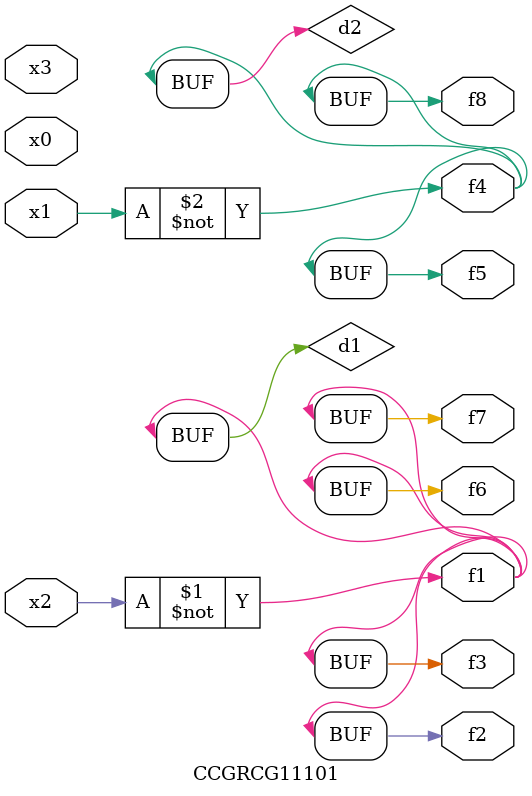
<source format=v>
module CCGRCG11101(
	input x0, x1, x2, x3,
	output f1, f2, f3, f4, f5, f6, f7, f8
);

	wire d1, d2;

	xnor (d1, x2);
	not (d2, x1);
	assign f1 = d1;
	assign f2 = d1;
	assign f3 = d1;
	assign f4 = d2;
	assign f5 = d2;
	assign f6 = d1;
	assign f7 = d1;
	assign f8 = d2;
endmodule

</source>
